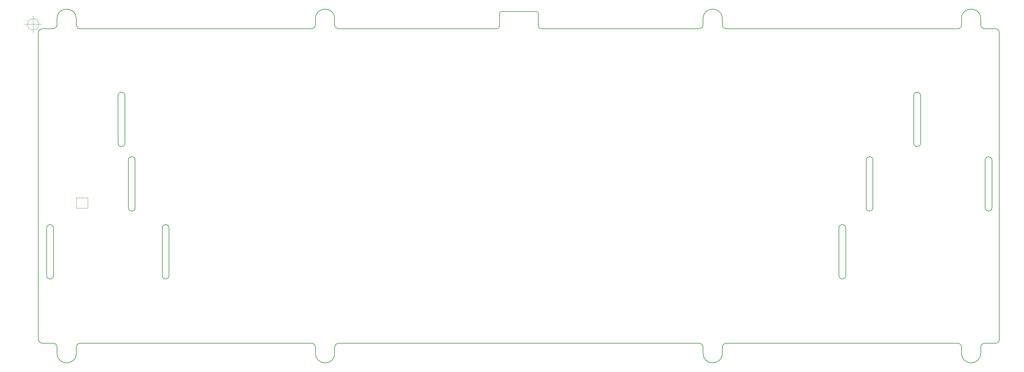
<source format=gbr>
%TF.GenerationSoftware,KiCad,Pcbnew,(6.0.4)*%
%TF.CreationDate,2022-05-28T14:43:12-04:00*%
%TF.ProjectId,keyboard,6b657962-6f61-4726-942e-6b696361645f,rev?*%
%TF.SameCoordinates,Original*%
%TF.FileFunction,Profile,NP*%
%FSLAX46Y46*%
G04 Gerber Fmt 4.6, Leading zero omitted, Abs format (unit mm)*
G04 Created by KiCad (PCBNEW (6.0.4)) date 2022-05-28 14:43:12*
%MOMM*%
%LPD*%
G01*
G04 APERTURE LIST*
%TA.AperFunction,Profile*%
%ADD10C,0.150000*%
%TD*%
%TA.AperFunction,Profile*%
%ADD11C,0.200000*%
%TD*%
%TA.AperFunction,Profile*%
%ADD12C,0.120000*%
%TD*%
G04 APERTURE END LIST*
D10*
X13877500Y-93932500D02*
G75*
G03*
X12690000Y-95120000I0J-1187500D01*
G01*
X5864500Y-93932500D02*
X2746000Y-93932500D01*
X1558500Y-92745000D02*
G75*
G03*
X2746000Y-93932500I1187500J0D01*
G01*
X5864500Y-1307500D02*
G75*
G03*
X7052000Y-120000I0J1187500D01*
G01*
X7052000Y-95120000D02*
G75*
G03*
X5864500Y-93932500I-1187500J0D01*
G01*
X203877500Y-93932500D02*
X271862500Y-93932500D01*
X81864500Y-1307500D02*
X13877500Y-1307500D01*
X7052000Y1661250D02*
X7052000Y-120000D01*
X273052000Y1661250D02*
X273050000Y-120000D01*
X278690000Y-96901250D02*
X278690000Y-95120000D01*
X88690000Y-96901250D02*
X88690000Y-95120000D01*
X202690000Y-120000D02*
G75*
G03*
X203877500Y-1307500I1187500J0D01*
G01*
X2746000Y-1307500D02*
G75*
G03*
X1558500Y-2495000I0J-1187500D01*
G01*
X282996000Y-93932500D02*
G75*
G03*
X284183500Y-92745000I0J1187500D01*
G01*
X83052000Y1661250D02*
X83052000Y-120000D01*
X273052000Y-96901250D02*
X273050000Y-95120000D01*
X7052000Y-96901250D02*
X7052000Y-95120000D01*
X12690000Y-96901250D02*
X12690000Y-95120000D01*
X88690000Y1661250D02*
X88690000Y-120000D01*
X197052000Y-96901250D02*
X197052000Y-95120000D01*
X13877500Y-93932500D02*
X81864500Y-93932500D01*
X195864500Y-1307500D02*
X149996000Y-1307500D01*
X89877500Y-93932500D02*
G75*
G03*
X88690000Y-95120000I0J-1187500D01*
G01*
X197052000Y1661250D02*
X197052000Y-120000D01*
X273050000Y-95120000D02*
G75*
G03*
X271862500Y-93932500I-1187500J0D01*
G01*
X202690000Y-96901250D02*
X202690000Y-95120000D01*
X203877500Y-93932500D02*
G75*
G03*
X202690000Y-95120000I0J-1187500D01*
G01*
X195864500Y-93932500D02*
X89877500Y-93932500D01*
X135746000Y-1307500D02*
X89877500Y-1307500D01*
X197052000Y-95120000D02*
G75*
G03*
X195864500Y-93932500I-1187500J0D01*
G01*
X202690000Y1661250D02*
X202690000Y-120000D01*
X279877500Y-93932500D02*
G75*
G03*
X278690000Y-95120000I0J-1187500D01*
G01*
X81864500Y-1307500D02*
G75*
G03*
X83052000Y-120000I0J1187500D01*
G01*
X88690000Y-120000D02*
G75*
G03*
X89877500Y-1307500I1187500J0D01*
G01*
X284183500Y-2495000D02*
G75*
G03*
X282996000Y-1307500I-1187500J0D01*
G01*
X1558500Y-2495000D02*
X1558500Y-92745000D01*
X279877500Y-93932500D02*
X282996000Y-93932500D01*
X5864500Y-1307500D02*
X2746000Y-1307500D01*
X149996000Y-1307500D02*
X149322756Y-1310000D01*
X271862500Y-1307500D02*
G75*
G03*
X273050000Y-120000I0J1187500D01*
G01*
X278690000Y-120000D02*
G75*
G03*
X279877500Y-1307500I1187500J0D01*
G01*
X203877500Y-1307500D02*
X271862500Y-1307500D01*
X279877500Y-1307500D02*
X282996000Y-1307500D01*
X83052000Y-96901250D02*
X83052000Y-95120000D01*
X195864500Y-1307500D02*
G75*
G03*
X197052000Y-120000I0J1187500D01*
G01*
X284183500Y-2495000D02*
X284183500Y-92745000D01*
X135746000Y-1307500D02*
X136250000Y-1307500D01*
X12690000Y-120000D02*
G75*
G03*
X13877500Y-1307500I1187500J0D01*
G01*
X12690000Y1661250D02*
X12690000Y-120000D01*
X83052000Y-95120000D02*
G75*
G03*
X81864500Y-93932500I-1187500J0D01*
G01*
X148100000Y3750000D02*
X137650000Y3750000D01*
X278690000Y1661250D02*
G75*
G03*
X273052000Y1661250I-2819000J0D01*
G01*
X202690000Y1661250D02*
G75*
G03*
X197052000Y1661250I-2819000J0D01*
G01*
X88690000Y1661250D02*
G75*
G03*
X83052000Y1661250I-2819000J0D01*
G01*
X12690000Y1661250D02*
G75*
G03*
X7052000Y1661250I-2819000J0D01*
G01*
X7052000Y-96901250D02*
G75*
G03*
X12690000Y-96901250I2819000J0D01*
G01*
X83052000Y-96901250D02*
G75*
G03*
X88690000Y-96901250I2819000J0D01*
G01*
X197052000Y-96901250D02*
G75*
G03*
X202690000Y-96901250I2819000J0D01*
G01*
X278690000Y1661250D02*
X278690000Y-120000D01*
X273052000Y-96901250D02*
G75*
G03*
X278690000Y-96901250I2819000J0D01*
G01*
D11*
X40000000Y-60000000D02*
G75*
G03*
X38000000Y-60000000I-1000000J0D01*
G01*
X261000000Y-35000000D02*
X261000000Y-21000000D01*
X259000000Y-21000000D02*
X259000000Y-35000000D01*
D10*
X137160000Y-500000D02*
X137160000Y3250000D01*
D11*
X247000000Y-40000000D02*
G75*
G03*
X245000000Y-40000000I-1000000J0D01*
G01*
X30000000Y-54000000D02*
X30000000Y-40000000D01*
X27000000Y-35000000D02*
X27000000Y-21000000D01*
X282000000Y-40000000D02*
G75*
G03*
X280000000Y-40000000I-1000000J0D01*
G01*
X30000000Y-40000000D02*
G75*
G03*
X28000000Y-40000000I-1000000J0D01*
G01*
X239000000Y-74000000D02*
X239000000Y-60000000D01*
X4000000Y-60000000D02*
X4000000Y-74000000D01*
X4000000Y-74000000D02*
G75*
G03*
X6000000Y-74000000I1000000J0D01*
G01*
X40000000Y-74000000D02*
X40000000Y-60000000D01*
X28000000Y-40000000D02*
X28000000Y-54000000D01*
D10*
X136250000Y-1307498D02*
G75*
G03*
X137160000Y-500000I74900J832098D01*
G01*
D11*
X25000000Y-21000000D02*
X25000000Y-35000000D01*
D10*
X148589995Y-500000D02*
G75*
G03*
X149322756Y-1310000I788205J-23400D01*
G01*
D11*
X38000000Y-74000000D02*
G75*
G03*
X40000000Y-74000000I1000000J0D01*
G01*
X282000000Y-54000000D02*
X282000000Y-40000000D01*
D10*
X148590000Y-500000D02*
X148590000Y3260000D01*
D11*
X280000000Y-54000000D02*
G75*
G03*
X282000000Y-54000000I1000000J0D01*
G01*
X6000000Y-74000000D02*
X6000000Y-60000000D01*
X280000000Y-40000000D02*
X280000000Y-54000000D01*
X239000000Y-60000000D02*
G75*
G03*
X237000000Y-60000000I-1000000J0D01*
G01*
X247000000Y-54000000D02*
X247000000Y-40000000D01*
X237000000Y-74000000D02*
G75*
G03*
X239000000Y-74000000I1000000J0D01*
G01*
X38000000Y-60000000D02*
X38000000Y-74000000D01*
X27000000Y-21000000D02*
G75*
G03*
X25000000Y-21000000I-1000000J0D01*
G01*
X6000000Y-60000000D02*
G75*
G03*
X4000000Y-60000000I-1000000J0D01*
G01*
X259000000Y-35000000D02*
G75*
G03*
X261000000Y-35000000I1000000J0D01*
G01*
X28000000Y-54000000D02*
G75*
G03*
X30000000Y-54000000I1000000J0D01*
G01*
X261000000Y-21000000D02*
G75*
G03*
X259000000Y-21000000I-1000000J0D01*
G01*
X245000000Y-40000000D02*
X245000000Y-54000000D01*
X25000000Y-35000000D02*
G75*
G03*
X27000000Y-35000000I1000000J0D01*
G01*
D10*
X148590000Y3260000D02*
G75*
G03*
X148100000Y3750000I-468200J21800D01*
G01*
X137650000Y3749998D02*
G75*
G03*
X137160000Y3250000I10100J-499998D01*
G01*
D11*
X245000000Y-54000000D02*
G75*
G03*
X247000000Y-54000000I1000000J0D01*
G01*
X237000000Y-60000000D02*
X237000000Y-74000000D01*
D12*
X1666666Y0D02*
G75*
G03*
X1666666Y0I-1666666J0D01*
G01*
X-2500000Y0D02*
X2500000Y0D01*
X0Y2500000D02*
X0Y-2500000D01*
%TO.C,D65*%
X16075000Y-51125000D02*
X12675000Y-51125000D01*
X12675000Y-54125000D02*
X16075000Y-54125000D01*
X16075000Y-54125000D02*
X16075000Y-51125000D01*
X12675000Y-51125000D02*
X12675000Y-54125000D01*
%TD*%
M02*

</source>
